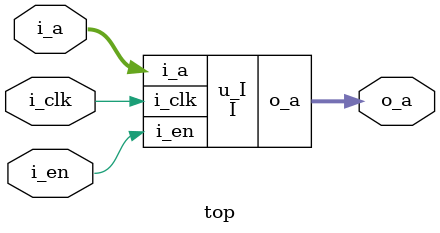
<source format=v>
/* Generated by Yosys 0.27 (git sha1 5f88c218b, gcc 8.5.0 -fPIC -Os) */

(* is_interface =  1  *)
(* src = "testcases/alwayslatch_misc_svi_Modport.sv:0.0-0.0" *)
module I(i_clk, i_en, i_a, o_a);
  (* src = "testcases/alwayslatch_misc_svi_Modport.sv:8.23-8.26" *)
  input [3:0] i_a;
  wire [3:0] i_a;
  (* src = "testcases/alwayslatch_misc_svi_Modport.sv:6.17-6.22" *)
  input i_clk;
  wire i_clk;
  (* src = "testcases/alwayslatch_misc_svi_Modport.sv:7.17-7.21" *)
  input i_en;
  wire i_en;
  (* src = "testcases/alwayslatch_misc_svi_Modport.sv:9.24-9.27" *)
  output [3:0] o_a;
  wire [3:0] o_a;
  assign o_a = 4'hx;
endmodule

(* top =  1  *)
(* interfaces_replaced_in_module =  1  *)
(* src = "testcases/alwayslatch_misc_svi_Modport.sv:67.1-94.10" *)
module top(i_clk, i_en, o_a, i_a);
  (* src = "testcases/alwayslatch_misc_svi_Modport.sv:71.23-71.26" *)
  input [3:0] i_a;
  wire [3:0] i_a;
  (* src = "testcases/alwayslatch_misc_svi_Modport.sv:68.17-68.22" *)
  input i_clk;
  wire i_clk;
  (* src = "testcases/alwayslatch_misc_svi_Modport.sv:69.17-69.21" *)
  input i_en;
  wire i_en;
  (* src = "testcases/alwayslatch_misc_svi_Modport.sv:70.24-70.27" *)
  output [3:0] o_a;
  wire [3:0] o_a;
  (* is_interface = 32'd1 *)
  (* src = "testcases/alwayslatch_misc_svi_Modport.sv:74.5-76.6" *)
  I u_I (
    .i_a(i_a),
    .i_clk(i_clk),
    .i_en(i_en),
    .o_a(o_a)
  );
endmodule

</source>
